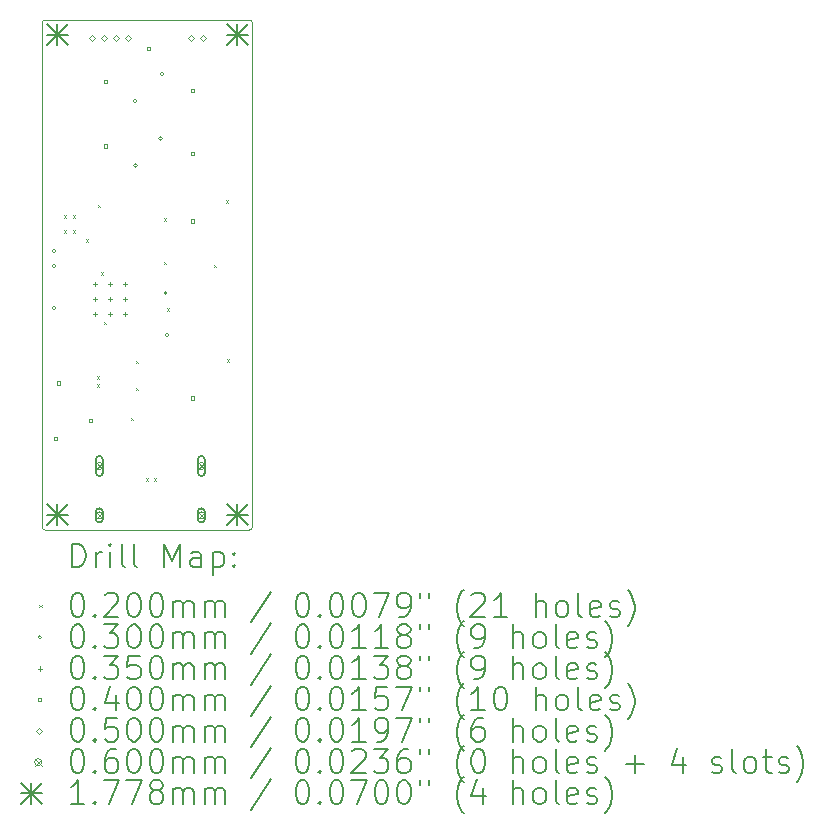
<source format=gbr>
%FSLAX45Y45*%
G04 Gerber Fmt 4.5, Leading zero omitted, Abs format (unit mm)*
G04 Created by KiCad (PCBNEW (6.0.6)) date 2022-07-02 21:52:22*
%MOMM*%
%LPD*%
G01*
G04 APERTURE LIST*
%TA.AperFunction,Profile*%
%ADD10C,0.100000*%
%TD*%
%ADD11C,0.200000*%
%ADD12C,0.020000*%
%ADD13C,0.030000*%
%ADD14C,0.035000*%
%ADD15C,0.040000*%
%ADD16C,0.050000*%
%ADD17C,0.060000*%
%ADD18C,0.177800*%
G04 APERTURE END LIST*
D10*
X13843000Y-11061700D02*
X15570200Y-11061700D01*
X15570200Y-6743700D02*
X13843000Y-6743700D01*
X13817600Y-11036300D02*
G75*
G03*
X13843000Y-11061700I25400J0D01*
G01*
X15595600Y-6769100D02*
G75*
G03*
X15570200Y-6743700I-25400J0D01*
G01*
X13843000Y-6743700D02*
G75*
G03*
X13817600Y-6769100I0J-25400D01*
G01*
X15570200Y-11061700D02*
G75*
G03*
X15595600Y-11036300I0J25400D01*
G01*
X15595600Y-11036300D02*
X15595600Y-6769100D01*
X13817600Y-6769100D02*
X13817600Y-11036300D01*
D11*
D12*
X13998100Y-8397400D02*
X14018100Y-8417400D01*
X14018100Y-8397400D02*
X13998100Y-8417400D01*
X13998100Y-8524400D02*
X14018100Y-8544400D01*
X14018100Y-8524400D02*
X13998100Y-8544400D01*
X14074300Y-8397400D02*
X14094300Y-8417400D01*
X14094300Y-8397400D02*
X14074300Y-8417400D01*
X14074300Y-8524400D02*
X14094300Y-8544400D01*
X14094300Y-8524400D02*
X14074300Y-8544400D01*
X14188600Y-8600600D02*
X14208600Y-8620600D01*
X14208600Y-8600600D02*
X14188600Y-8620600D01*
X14277500Y-9761900D02*
X14297500Y-9781900D01*
X14297500Y-9761900D02*
X14277500Y-9781900D01*
X14277500Y-9826900D02*
X14297500Y-9846900D01*
X14297500Y-9826900D02*
X14277500Y-9846900D01*
X14290200Y-8308500D02*
X14310200Y-8328500D01*
X14310200Y-8308500D02*
X14290200Y-8328500D01*
X14315600Y-8880000D02*
X14335600Y-8900000D01*
X14335600Y-8880000D02*
X14315600Y-8900000D01*
X14341000Y-9299100D02*
X14361000Y-9319100D01*
X14361000Y-9299100D02*
X14341000Y-9319100D01*
X14569600Y-10111900D02*
X14589600Y-10131900D01*
X14589600Y-10111900D02*
X14569600Y-10131900D01*
X14607700Y-9629300D02*
X14627700Y-9649300D01*
X14627700Y-9629300D02*
X14607700Y-9649300D01*
X14607700Y-9857900D02*
X14627700Y-9877900D01*
X14627700Y-9857900D02*
X14607700Y-9877900D01*
X14695850Y-10623864D02*
X14715850Y-10643864D01*
X14715850Y-10623864D02*
X14695850Y-10643864D01*
X14760850Y-10623864D02*
X14780850Y-10643864D01*
X14780850Y-10623864D02*
X14760850Y-10643864D01*
X14849000Y-8422800D02*
X14869000Y-8442800D01*
X14869000Y-8422800D02*
X14849000Y-8442800D01*
X14849000Y-8791100D02*
X14869000Y-8811100D01*
X14869000Y-8791100D02*
X14849000Y-8811100D01*
X14874400Y-9184800D02*
X14894400Y-9204800D01*
X14894400Y-9184800D02*
X14874400Y-9204800D01*
X15268100Y-8816500D02*
X15288100Y-8836500D01*
X15288100Y-8816500D02*
X15268100Y-8836500D01*
X15369700Y-8270400D02*
X15389700Y-8290400D01*
X15389700Y-8270400D02*
X15369700Y-8290400D01*
X15382400Y-9616600D02*
X15402400Y-9636600D01*
X15402400Y-9616600D02*
X15382400Y-9636600D01*
D13*
X13934200Y-8699500D02*
G75*
G03*
X13934200Y-8699500I-15000J0D01*
G01*
X13934200Y-8826500D02*
G75*
G03*
X13934200Y-8826500I-15000J0D01*
G01*
X13934200Y-9182100D02*
G75*
G03*
X13934200Y-9182100I-15000J0D01*
G01*
X14620000Y-7429500D02*
G75*
G03*
X14620000Y-7429500I-15000J0D01*
G01*
X14620000Y-7975600D02*
G75*
G03*
X14620000Y-7975600I-15000J0D01*
G01*
X14835900Y-7747000D02*
G75*
G03*
X14835900Y-7747000I-15000J0D01*
G01*
X14848600Y-7200900D02*
G75*
G03*
X14848600Y-7200900I-15000J0D01*
G01*
X14875000Y-9055000D02*
G75*
G03*
X14875000Y-9055000I-15000J0D01*
G01*
X14886700Y-9410700D02*
G75*
G03*
X14886700Y-9410700I-15000J0D01*
G01*
D14*
X14261600Y-8960900D02*
X14261600Y-8995900D01*
X14244100Y-8978400D02*
X14279100Y-8978400D01*
X14261600Y-9088400D02*
X14261600Y-9123400D01*
X14244100Y-9105900D02*
X14279100Y-9105900D01*
X14261600Y-9215900D02*
X14261600Y-9250900D01*
X14244100Y-9233400D02*
X14279100Y-9233400D01*
X14389100Y-8960900D02*
X14389100Y-8995900D01*
X14371600Y-8978400D02*
X14406600Y-8978400D01*
X14389100Y-9088400D02*
X14389100Y-9123400D01*
X14371600Y-9105900D02*
X14406600Y-9105900D01*
X14389100Y-9215900D02*
X14389100Y-9250900D01*
X14371600Y-9233400D02*
X14406600Y-9233400D01*
X14516600Y-8960900D02*
X14516600Y-8995900D01*
X14499100Y-8978400D02*
X14534100Y-8978400D01*
X14516600Y-9088400D02*
X14516600Y-9123400D01*
X14499100Y-9105900D02*
X14534100Y-9105900D01*
X14516600Y-9215900D02*
X14516600Y-9250900D01*
X14499100Y-9233400D02*
X14534100Y-9233400D01*
D15*
X13946042Y-10301142D02*
X13946042Y-10272858D01*
X13917758Y-10272858D01*
X13917758Y-10301142D01*
X13946042Y-10301142D01*
X13971442Y-9831242D02*
X13971442Y-9802958D01*
X13943158Y-9802958D01*
X13943158Y-9831242D01*
X13971442Y-9831242D01*
X14238142Y-10148742D02*
X14238142Y-10120458D01*
X14209858Y-10120458D01*
X14209858Y-10148742D01*
X14238142Y-10148742D01*
X14365142Y-7278542D02*
X14365142Y-7250258D01*
X14336858Y-7250258D01*
X14336858Y-7278542D01*
X14365142Y-7278542D01*
X14365142Y-7824642D02*
X14365142Y-7796358D01*
X14336858Y-7796358D01*
X14336858Y-7824642D01*
X14365142Y-7824642D01*
X14733442Y-6999142D02*
X14733442Y-6970858D01*
X14705158Y-6970858D01*
X14705158Y-6999142D01*
X14733442Y-6999142D01*
X15101742Y-7354742D02*
X15101742Y-7326458D01*
X15073458Y-7326458D01*
X15073458Y-7354742D01*
X15101742Y-7354742D01*
X15101742Y-7888142D02*
X15101742Y-7859858D01*
X15073458Y-7859858D01*
X15073458Y-7888142D01*
X15101742Y-7888142D01*
X15101742Y-8459642D02*
X15101742Y-8431358D01*
X15073458Y-8431358D01*
X15073458Y-8459642D01*
X15101742Y-8459642D01*
X15101742Y-9958242D02*
X15101742Y-9929958D01*
X15073458Y-9929958D01*
X15073458Y-9958242D01*
X15101742Y-9958242D01*
D16*
X14241500Y-6918560D02*
X14266500Y-6893560D01*
X14241500Y-6868560D01*
X14216500Y-6893560D01*
X14241500Y-6918560D01*
X14341500Y-6918560D02*
X14366500Y-6893560D01*
X14341500Y-6868560D01*
X14316500Y-6893560D01*
X14341500Y-6918560D01*
X14441500Y-6918560D02*
X14466500Y-6893560D01*
X14441500Y-6868560D01*
X14416500Y-6893560D01*
X14441500Y-6918560D01*
X14541500Y-6918560D02*
X14566500Y-6893560D01*
X14541500Y-6868560D01*
X14516500Y-6893560D01*
X14541500Y-6918560D01*
X15076500Y-6921100D02*
X15101500Y-6896100D01*
X15076500Y-6871100D01*
X15051500Y-6896100D01*
X15076500Y-6921100D01*
X15176500Y-6921100D02*
X15201500Y-6896100D01*
X15176500Y-6871100D01*
X15151500Y-6896100D01*
X15176500Y-6921100D01*
D17*
X14270000Y-10490100D02*
X14330000Y-10550100D01*
X14330000Y-10490100D02*
X14270000Y-10550100D01*
X14330000Y-10520100D02*
G75*
G03*
X14330000Y-10520100I-30000J0D01*
G01*
D11*
X14270000Y-10465100D02*
X14270000Y-10575100D01*
X14330000Y-10465100D02*
X14330000Y-10575100D01*
X14270000Y-10575100D02*
G75*
G03*
X14330000Y-10575100I30000J0D01*
G01*
X14330000Y-10465100D02*
G75*
G03*
X14270000Y-10465100I-30000J0D01*
G01*
D17*
X14270000Y-10908100D02*
X14330000Y-10968100D01*
X14330000Y-10908100D02*
X14270000Y-10968100D01*
X14330000Y-10938100D02*
G75*
G03*
X14330000Y-10938100I-30000J0D01*
G01*
D11*
X14270000Y-10908100D02*
X14270000Y-10968100D01*
X14330000Y-10908100D02*
X14330000Y-10968100D01*
X14270000Y-10968100D02*
G75*
G03*
X14330000Y-10968100I30000J0D01*
G01*
X14330000Y-10908100D02*
G75*
G03*
X14270000Y-10908100I-30000J0D01*
G01*
D17*
X15134000Y-10490100D02*
X15194000Y-10550100D01*
X15194000Y-10490100D02*
X15134000Y-10550100D01*
X15194000Y-10520100D02*
G75*
G03*
X15194000Y-10520100I-30000J0D01*
G01*
D11*
X15134000Y-10465100D02*
X15134000Y-10575100D01*
X15194000Y-10465100D02*
X15194000Y-10575100D01*
X15134000Y-10575100D02*
G75*
G03*
X15194000Y-10575100I30000J0D01*
G01*
X15194000Y-10465100D02*
G75*
G03*
X15134000Y-10465100I-30000J0D01*
G01*
D17*
X15134000Y-10908100D02*
X15194000Y-10968100D01*
X15194000Y-10908100D02*
X15134000Y-10968100D01*
X15194000Y-10938100D02*
G75*
G03*
X15194000Y-10938100I-30000J0D01*
G01*
D11*
X15134000Y-10908100D02*
X15134000Y-10968100D01*
X15194000Y-10908100D02*
X15194000Y-10968100D01*
X15134000Y-10968100D02*
G75*
G03*
X15194000Y-10968100I30000J0D01*
G01*
X15194000Y-10908100D02*
G75*
G03*
X15134000Y-10908100I-30000J0D01*
G01*
D18*
X13855700Y-6781800D02*
X14033500Y-6959600D01*
X14033500Y-6781800D02*
X13855700Y-6959600D01*
X13944600Y-6781800D02*
X13944600Y-6959600D01*
X13855700Y-6870700D02*
X14033500Y-6870700D01*
X13855700Y-10845800D02*
X14033500Y-11023600D01*
X14033500Y-10845800D02*
X13855700Y-11023600D01*
X13944600Y-10845800D02*
X13944600Y-11023600D01*
X13855700Y-10934700D02*
X14033500Y-10934700D01*
X15379700Y-6781800D02*
X15557500Y-6959600D01*
X15557500Y-6781800D02*
X15379700Y-6959600D01*
X15468600Y-6781800D02*
X15468600Y-6959600D01*
X15379700Y-6870700D02*
X15557500Y-6870700D01*
X15379700Y-10845800D02*
X15557500Y-11023600D01*
X15557500Y-10845800D02*
X15379700Y-11023600D01*
X15468600Y-10845800D02*
X15468600Y-11023600D01*
X15379700Y-10934700D02*
X15557500Y-10934700D01*
D11*
X14070219Y-11377176D02*
X14070219Y-11177176D01*
X14117838Y-11177176D01*
X14146409Y-11186700D01*
X14165457Y-11205748D01*
X14174981Y-11224795D01*
X14184505Y-11262890D01*
X14184505Y-11291462D01*
X14174981Y-11329557D01*
X14165457Y-11348605D01*
X14146409Y-11367652D01*
X14117838Y-11377176D01*
X14070219Y-11377176D01*
X14270219Y-11377176D02*
X14270219Y-11243843D01*
X14270219Y-11281938D02*
X14279743Y-11262890D01*
X14289267Y-11253367D01*
X14308314Y-11243843D01*
X14327362Y-11243843D01*
X14394028Y-11377176D02*
X14394028Y-11243843D01*
X14394028Y-11177176D02*
X14384505Y-11186700D01*
X14394028Y-11196224D01*
X14403552Y-11186700D01*
X14394028Y-11177176D01*
X14394028Y-11196224D01*
X14517838Y-11377176D02*
X14498790Y-11367652D01*
X14489267Y-11348605D01*
X14489267Y-11177176D01*
X14622600Y-11377176D02*
X14603552Y-11367652D01*
X14594028Y-11348605D01*
X14594028Y-11177176D01*
X14851171Y-11377176D02*
X14851171Y-11177176D01*
X14917838Y-11320033D01*
X14984505Y-11177176D01*
X14984505Y-11377176D01*
X15165457Y-11377176D02*
X15165457Y-11272414D01*
X15155933Y-11253367D01*
X15136886Y-11243843D01*
X15098790Y-11243843D01*
X15079743Y-11253367D01*
X15165457Y-11367652D02*
X15146409Y-11377176D01*
X15098790Y-11377176D01*
X15079743Y-11367652D01*
X15070219Y-11348605D01*
X15070219Y-11329557D01*
X15079743Y-11310509D01*
X15098790Y-11300986D01*
X15146409Y-11300986D01*
X15165457Y-11291462D01*
X15260695Y-11243843D02*
X15260695Y-11443843D01*
X15260695Y-11253367D02*
X15279743Y-11243843D01*
X15317838Y-11243843D01*
X15336886Y-11253367D01*
X15346409Y-11262890D01*
X15355933Y-11281938D01*
X15355933Y-11339081D01*
X15346409Y-11358128D01*
X15336886Y-11367652D01*
X15317838Y-11377176D01*
X15279743Y-11377176D01*
X15260695Y-11367652D01*
X15441648Y-11358128D02*
X15451171Y-11367652D01*
X15441648Y-11377176D01*
X15432124Y-11367652D01*
X15441648Y-11358128D01*
X15441648Y-11377176D01*
X15441648Y-11253367D02*
X15451171Y-11262890D01*
X15441648Y-11272414D01*
X15432124Y-11262890D01*
X15441648Y-11253367D01*
X15441648Y-11272414D01*
D12*
X13792600Y-11696700D02*
X13812600Y-11716700D01*
X13812600Y-11696700D02*
X13792600Y-11716700D01*
D11*
X14108314Y-11597176D02*
X14127362Y-11597176D01*
X14146409Y-11606700D01*
X14155933Y-11616224D01*
X14165457Y-11635271D01*
X14174981Y-11673367D01*
X14174981Y-11720986D01*
X14165457Y-11759081D01*
X14155933Y-11778128D01*
X14146409Y-11787652D01*
X14127362Y-11797176D01*
X14108314Y-11797176D01*
X14089267Y-11787652D01*
X14079743Y-11778128D01*
X14070219Y-11759081D01*
X14060695Y-11720986D01*
X14060695Y-11673367D01*
X14070219Y-11635271D01*
X14079743Y-11616224D01*
X14089267Y-11606700D01*
X14108314Y-11597176D01*
X14260695Y-11778128D02*
X14270219Y-11787652D01*
X14260695Y-11797176D01*
X14251171Y-11787652D01*
X14260695Y-11778128D01*
X14260695Y-11797176D01*
X14346409Y-11616224D02*
X14355933Y-11606700D01*
X14374981Y-11597176D01*
X14422600Y-11597176D01*
X14441648Y-11606700D01*
X14451171Y-11616224D01*
X14460695Y-11635271D01*
X14460695Y-11654319D01*
X14451171Y-11682890D01*
X14336886Y-11797176D01*
X14460695Y-11797176D01*
X14584505Y-11597176D02*
X14603552Y-11597176D01*
X14622600Y-11606700D01*
X14632124Y-11616224D01*
X14641648Y-11635271D01*
X14651171Y-11673367D01*
X14651171Y-11720986D01*
X14641648Y-11759081D01*
X14632124Y-11778128D01*
X14622600Y-11787652D01*
X14603552Y-11797176D01*
X14584505Y-11797176D01*
X14565457Y-11787652D01*
X14555933Y-11778128D01*
X14546409Y-11759081D01*
X14536886Y-11720986D01*
X14536886Y-11673367D01*
X14546409Y-11635271D01*
X14555933Y-11616224D01*
X14565457Y-11606700D01*
X14584505Y-11597176D01*
X14774981Y-11597176D02*
X14794028Y-11597176D01*
X14813076Y-11606700D01*
X14822600Y-11616224D01*
X14832124Y-11635271D01*
X14841648Y-11673367D01*
X14841648Y-11720986D01*
X14832124Y-11759081D01*
X14822600Y-11778128D01*
X14813076Y-11787652D01*
X14794028Y-11797176D01*
X14774981Y-11797176D01*
X14755933Y-11787652D01*
X14746409Y-11778128D01*
X14736886Y-11759081D01*
X14727362Y-11720986D01*
X14727362Y-11673367D01*
X14736886Y-11635271D01*
X14746409Y-11616224D01*
X14755933Y-11606700D01*
X14774981Y-11597176D01*
X14927362Y-11797176D02*
X14927362Y-11663843D01*
X14927362Y-11682890D02*
X14936886Y-11673367D01*
X14955933Y-11663843D01*
X14984505Y-11663843D01*
X15003552Y-11673367D01*
X15013076Y-11692414D01*
X15013076Y-11797176D01*
X15013076Y-11692414D02*
X15022600Y-11673367D01*
X15041648Y-11663843D01*
X15070219Y-11663843D01*
X15089267Y-11673367D01*
X15098790Y-11692414D01*
X15098790Y-11797176D01*
X15194028Y-11797176D02*
X15194028Y-11663843D01*
X15194028Y-11682890D02*
X15203552Y-11673367D01*
X15222600Y-11663843D01*
X15251171Y-11663843D01*
X15270219Y-11673367D01*
X15279743Y-11692414D01*
X15279743Y-11797176D01*
X15279743Y-11692414D02*
X15289267Y-11673367D01*
X15308314Y-11663843D01*
X15336886Y-11663843D01*
X15355933Y-11673367D01*
X15365457Y-11692414D01*
X15365457Y-11797176D01*
X15755933Y-11587652D02*
X15584505Y-11844795D01*
X16013076Y-11597176D02*
X16032124Y-11597176D01*
X16051171Y-11606700D01*
X16060695Y-11616224D01*
X16070219Y-11635271D01*
X16079743Y-11673367D01*
X16079743Y-11720986D01*
X16070219Y-11759081D01*
X16060695Y-11778128D01*
X16051171Y-11787652D01*
X16032124Y-11797176D01*
X16013076Y-11797176D01*
X15994028Y-11787652D01*
X15984505Y-11778128D01*
X15974981Y-11759081D01*
X15965457Y-11720986D01*
X15965457Y-11673367D01*
X15974981Y-11635271D01*
X15984505Y-11616224D01*
X15994028Y-11606700D01*
X16013076Y-11597176D01*
X16165457Y-11778128D02*
X16174981Y-11787652D01*
X16165457Y-11797176D01*
X16155933Y-11787652D01*
X16165457Y-11778128D01*
X16165457Y-11797176D01*
X16298790Y-11597176D02*
X16317838Y-11597176D01*
X16336886Y-11606700D01*
X16346409Y-11616224D01*
X16355933Y-11635271D01*
X16365457Y-11673367D01*
X16365457Y-11720986D01*
X16355933Y-11759081D01*
X16346409Y-11778128D01*
X16336886Y-11787652D01*
X16317838Y-11797176D01*
X16298790Y-11797176D01*
X16279743Y-11787652D01*
X16270219Y-11778128D01*
X16260695Y-11759081D01*
X16251171Y-11720986D01*
X16251171Y-11673367D01*
X16260695Y-11635271D01*
X16270219Y-11616224D01*
X16279743Y-11606700D01*
X16298790Y-11597176D01*
X16489267Y-11597176D02*
X16508314Y-11597176D01*
X16527362Y-11606700D01*
X16536886Y-11616224D01*
X16546409Y-11635271D01*
X16555933Y-11673367D01*
X16555933Y-11720986D01*
X16546409Y-11759081D01*
X16536886Y-11778128D01*
X16527362Y-11787652D01*
X16508314Y-11797176D01*
X16489267Y-11797176D01*
X16470219Y-11787652D01*
X16460695Y-11778128D01*
X16451171Y-11759081D01*
X16441648Y-11720986D01*
X16441648Y-11673367D01*
X16451171Y-11635271D01*
X16460695Y-11616224D01*
X16470219Y-11606700D01*
X16489267Y-11597176D01*
X16622600Y-11597176D02*
X16755933Y-11597176D01*
X16670219Y-11797176D01*
X16841648Y-11797176D02*
X16879743Y-11797176D01*
X16898790Y-11787652D01*
X16908314Y-11778128D01*
X16927362Y-11749557D01*
X16936886Y-11711462D01*
X16936886Y-11635271D01*
X16927362Y-11616224D01*
X16917838Y-11606700D01*
X16898790Y-11597176D01*
X16860695Y-11597176D01*
X16841648Y-11606700D01*
X16832124Y-11616224D01*
X16822600Y-11635271D01*
X16822600Y-11682890D01*
X16832124Y-11701938D01*
X16841648Y-11711462D01*
X16860695Y-11720986D01*
X16898790Y-11720986D01*
X16917838Y-11711462D01*
X16927362Y-11701938D01*
X16936886Y-11682890D01*
X17013076Y-11597176D02*
X17013076Y-11635271D01*
X17089267Y-11597176D02*
X17089267Y-11635271D01*
X17384505Y-11873367D02*
X17374981Y-11863843D01*
X17355933Y-11835271D01*
X17346410Y-11816224D01*
X17336886Y-11787652D01*
X17327362Y-11740033D01*
X17327362Y-11701938D01*
X17336886Y-11654319D01*
X17346410Y-11625748D01*
X17355933Y-11606700D01*
X17374981Y-11578128D01*
X17384505Y-11568605D01*
X17451171Y-11616224D02*
X17460695Y-11606700D01*
X17479743Y-11597176D01*
X17527362Y-11597176D01*
X17546410Y-11606700D01*
X17555933Y-11616224D01*
X17565457Y-11635271D01*
X17565457Y-11654319D01*
X17555933Y-11682890D01*
X17441648Y-11797176D01*
X17565457Y-11797176D01*
X17755933Y-11797176D02*
X17641648Y-11797176D01*
X17698790Y-11797176D02*
X17698790Y-11597176D01*
X17679743Y-11625748D01*
X17660695Y-11644795D01*
X17641648Y-11654319D01*
X17994029Y-11797176D02*
X17994029Y-11597176D01*
X18079743Y-11797176D02*
X18079743Y-11692414D01*
X18070219Y-11673367D01*
X18051171Y-11663843D01*
X18022600Y-11663843D01*
X18003552Y-11673367D01*
X17994029Y-11682890D01*
X18203552Y-11797176D02*
X18184505Y-11787652D01*
X18174981Y-11778128D01*
X18165457Y-11759081D01*
X18165457Y-11701938D01*
X18174981Y-11682890D01*
X18184505Y-11673367D01*
X18203552Y-11663843D01*
X18232124Y-11663843D01*
X18251171Y-11673367D01*
X18260695Y-11682890D01*
X18270219Y-11701938D01*
X18270219Y-11759081D01*
X18260695Y-11778128D01*
X18251171Y-11787652D01*
X18232124Y-11797176D01*
X18203552Y-11797176D01*
X18384505Y-11797176D02*
X18365457Y-11787652D01*
X18355933Y-11768605D01*
X18355933Y-11597176D01*
X18536886Y-11787652D02*
X18517838Y-11797176D01*
X18479743Y-11797176D01*
X18460695Y-11787652D01*
X18451171Y-11768605D01*
X18451171Y-11692414D01*
X18460695Y-11673367D01*
X18479743Y-11663843D01*
X18517838Y-11663843D01*
X18536886Y-11673367D01*
X18546410Y-11692414D01*
X18546410Y-11711462D01*
X18451171Y-11730509D01*
X18622600Y-11787652D02*
X18641648Y-11797176D01*
X18679743Y-11797176D01*
X18698790Y-11787652D01*
X18708314Y-11768605D01*
X18708314Y-11759081D01*
X18698790Y-11740033D01*
X18679743Y-11730509D01*
X18651171Y-11730509D01*
X18632124Y-11720986D01*
X18622600Y-11701938D01*
X18622600Y-11692414D01*
X18632124Y-11673367D01*
X18651171Y-11663843D01*
X18679743Y-11663843D01*
X18698790Y-11673367D01*
X18774981Y-11873367D02*
X18784505Y-11863843D01*
X18803552Y-11835271D01*
X18813076Y-11816224D01*
X18822600Y-11787652D01*
X18832124Y-11740033D01*
X18832124Y-11701938D01*
X18822600Y-11654319D01*
X18813076Y-11625748D01*
X18803552Y-11606700D01*
X18784505Y-11578128D01*
X18774981Y-11568605D01*
D13*
X13812600Y-11970700D02*
G75*
G03*
X13812600Y-11970700I-15000J0D01*
G01*
D11*
X14108314Y-11861176D02*
X14127362Y-11861176D01*
X14146409Y-11870700D01*
X14155933Y-11880224D01*
X14165457Y-11899271D01*
X14174981Y-11937367D01*
X14174981Y-11984986D01*
X14165457Y-12023081D01*
X14155933Y-12042128D01*
X14146409Y-12051652D01*
X14127362Y-12061176D01*
X14108314Y-12061176D01*
X14089267Y-12051652D01*
X14079743Y-12042128D01*
X14070219Y-12023081D01*
X14060695Y-11984986D01*
X14060695Y-11937367D01*
X14070219Y-11899271D01*
X14079743Y-11880224D01*
X14089267Y-11870700D01*
X14108314Y-11861176D01*
X14260695Y-12042128D02*
X14270219Y-12051652D01*
X14260695Y-12061176D01*
X14251171Y-12051652D01*
X14260695Y-12042128D01*
X14260695Y-12061176D01*
X14336886Y-11861176D02*
X14460695Y-11861176D01*
X14394028Y-11937367D01*
X14422600Y-11937367D01*
X14441648Y-11946890D01*
X14451171Y-11956414D01*
X14460695Y-11975462D01*
X14460695Y-12023081D01*
X14451171Y-12042128D01*
X14441648Y-12051652D01*
X14422600Y-12061176D01*
X14365457Y-12061176D01*
X14346409Y-12051652D01*
X14336886Y-12042128D01*
X14584505Y-11861176D02*
X14603552Y-11861176D01*
X14622600Y-11870700D01*
X14632124Y-11880224D01*
X14641648Y-11899271D01*
X14651171Y-11937367D01*
X14651171Y-11984986D01*
X14641648Y-12023081D01*
X14632124Y-12042128D01*
X14622600Y-12051652D01*
X14603552Y-12061176D01*
X14584505Y-12061176D01*
X14565457Y-12051652D01*
X14555933Y-12042128D01*
X14546409Y-12023081D01*
X14536886Y-11984986D01*
X14536886Y-11937367D01*
X14546409Y-11899271D01*
X14555933Y-11880224D01*
X14565457Y-11870700D01*
X14584505Y-11861176D01*
X14774981Y-11861176D02*
X14794028Y-11861176D01*
X14813076Y-11870700D01*
X14822600Y-11880224D01*
X14832124Y-11899271D01*
X14841648Y-11937367D01*
X14841648Y-11984986D01*
X14832124Y-12023081D01*
X14822600Y-12042128D01*
X14813076Y-12051652D01*
X14794028Y-12061176D01*
X14774981Y-12061176D01*
X14755933Y-12051652D01*
X14746409Y-12042128D01*
X14736886Y-12023081D01*
X14727362Y-11984986D01*
X14727362Y-11937367D01*
X14736886Y-11899271D01*
X14746409Y-11880224D01*
X14755933Y-11870700D01*
X14774981Y-11861176D01*
X14927362Y-12061176D02*
X14927362Y-11927843D01*
X14927362Y-11946890D02*
X14936886Y-11937367D01*
X14955933Y-11927843D01*
X14984505Y-11927843D01*
X15003552Y-11937367D01*
X15013076Y-11956414D01*
X15013076Y-12061176D01*
X15013076Y-11956414D02*
X15022600Y-11937367D01*
X15041648Y-11927843D01*
X15070219Y-11927843D01*
X15089267Y-11937367D01*
X15098790Y-11956414D01*
X15098790Y-12061176D01*
X15194028Y-12061176D02*
X15194028Y-11927843D01*
X15194028Y-11946890D02*
X15203552Y-11937367D01*
X15222600Y-11927843D01*
X15251171Y-11927843D01*
X15270219Y-11937367D01*
X15279743Y-11956414D01*
X15279743Y-12061176D01*
X15279743Y-11956414D02*
X15289267Y-11937367D01*
X15308314Y-11927843D01*
X15336886Y-11927843D01*
X15355933Y-11937367D01*
X15365457Y-11956414D01*
X15365457Y-12061176D01*
X15755933Y-11851652D02*
X15584505Y-12108795D01*
X16013076Y-11861176D02*
X16032124Y-11861176D01*
X16051171Y-11870700D01*
X16060695Y-11880224D01*
X16070219Y-11899271D01*
X16079743Y-11937367D01*
X16079743Y-11984986D01*
X16070219Y-12023081D01*
X16060695Y-12042128D01*
X16051171Y-12051652D01*
X16032124Y-12061176D01*
X16013076Y-12061176D01*
X15994028Y-12051652D01*
X15984505Y-12042128D01*
X15974981Y-12023081D01*
X15965457Y-11984986D01*
X15965457Y-11937367D01*
X15974981Y-11899271D01*
X15984505Y-11880224D01*
X15994028Y-11870700D01*
X16013076Y-11861176D01*
X16165457Y-12042128D02*
X16174981Y-12051652D01*
X16165457Y-12061176D01*
X16155933Y-12051652D01*
X16165457Y-12042128D01*
X16165457Y-12061176D01*
X16298790Y-11861176D02*
X16317838Y-11861176D01*
X16336886Y-11870700D01*
X16346409Y-11880224D01*
X16355933Y-11899271D01*
X16365457Y-11937367D01*
X16365457Y-11984986D01*
X16355933Y-12023081D01*
X16346409Y-12042128D01*
X16336886Y-12051652D01*
X16317838Y-12061176D01*
X16298790Y-12061176D01*
X16279743Y-12051652D01*
X16270219Y-12042128D01*
X16260695Y-12023081D01*
X16251171Y-11984986D01*
X16251171Y-11937367D01*
X16260695Y-11899271D01*
X16270219Y-11880224D01*
X16279743Y-11870700D01*
X16298790Y-11861176D01*
X16555933Y-12061176D02*
X16441648Y-12061176D01*
X16498790Y-12061176D02*
X16498790Y-11861176D01*
X16479743Y-11889748D01*
X16460695Y-11908795D01*
X16441648Y-11918319D01*
X16746409Y-12061176D02*
X16632124Y-12061176D01*
X16689267Y-12061176D02*
X16689267Y-11861176D01*
X16670219Y-11889748D01*
X16651171Y-11908795D01*
X16632124Y-11918319D01*
X16860695Y-11946890D02*
X16841648Y-11937367D01*
X16832124Y-11927843D01*
X16822600Y-11908795D01*
X16822600Y-11899271D01*
X16832124Y-11880224D01*
X16841648Y-11870700D01*
X16860695Y-11861176D01*
X16898790Y-11861176D01*
X16917838Y-11870700D01*
X16927362Y-11880224D01*
X16936886Y-11899271D01*
X16936886Y-11908795D01*
X16927362Y-11927843D01*
X16917838Y-11937367D01*
X16898790Y-11946890D01*
X16860695Y-11946890D01*
X16841648Y-11956414D01*
X16832124Y-11965938D01*
X16822600Y-11984986D01*
X16822600Y-12023081D01*
X16832124Y-12042128D01*
X16841648Y-12051652D01*
X16860695Y-12061176D01*
X16898790Y-12061176D01*
X16917838Y-12051652D01*
X16927362Y-12042128D01*
X16936886Y-12023081D01*
X16936886Y-11984986D01*
X16927362Y-11965938D01*
X16917838Y-11956414D01*
X16898790Y-11946890D01*
X17013076Y-11861176D02*
X17013076Y-11899271D01*
X17089267Y-11861176D02*
X17089267Y-11899271D01*
X17384505Y-12137367D02*
X17374981Y-12127843D01*
X17355933Y-12099271D01*
X17346410Y-12080224D01*
X17336886Y-12051652D01*
X17327362Y-12004033D01*
X17327362Y-11965938D01*
X17336886Y-11918319D01*
X17346410Y-11889748D01*
X17355933Y-11870700D01*
X17374981Y-11842128D01*
X17384505Y-11832605D01*
X17470219Y-12061176D02*
X17508314Y-12061176D01*
X17527362Y-12051652D01*
X17536886Y-12042128D01*
X17555933Y-12013557D01*
X17565457Y-11975462D01*
X17565457Y-11899271D01*
X17555933Y-11880224D01*
X17546410Y-11870700D01*
X17527362Y-11861176D01*
X17489267Y-11861176D01*
X17470219Y-11870700D01*
X17460695Y-11880224D01*
X17451171Y-11899271D01*
X17451171Y-11946890D01*
X17460695Y-11965938D01*
X17470219Y-11975462D01*
X17489267Y-11984986D01*
X17527362Y-11984986D01*
X17546410Y-11975462D01*
X17555933Y-11965938D01*
X17565457Y-11946890D01*
X17803552Y-12061176D02*
X17803552Y-11861176D01*
X17889267Y-12061176D02*
X17889267Y-11956414D01*
X17879743Y-11937367D01*
X17860695Y-11927843D01*
X17832124Y-11927843D01*
X17813076Y-11937367D01*
X17803552Y-11946890D01*
X18013076Y-12061176D02*
X17994029Y-12051652D01*
X17984505Y-12042128D01*
X17974981Y-12023081D01*
X17974981Y-11965938D01*
X17984505Y-11946890D01*
X17994029Y-11937367D01*
X18013076Y-11927843D01*
X18041648Y-11927843D01*
X18060695Y-11937367D01*
X18070219Y-11946890D01*
X18079743Y-11965938D01*
X18079743Y-12023081D01*
X18070219Y-12042128D01*
X18060695Y-12051652D01*
X18041648Y-12061176D01*
X18013076Y-12061176D01*
X18194029Y-12061176D02*
X18174981Y-12051652D01*
X18165457Y-12032605D01*
X18165457Y-11861176D01*
X18346410Y-12051652D02*
X18327362Y-12061176D01*
X18289267Y-12061176D01*
X18270219Y-12051652D01*
X18260695Y-12032605D01*
X18260695Y-11956414D01*
X18270219Y-11937367D01*
X18289267Y-11927843D01*
X18327362Y-11927843D01*
X18346410Y-11937367D01*
X18355933Y-11956414D01*
X18355933Y-11975462D01*
X18260695Y-11994509D01*
X18432124Y-12051652D02*
X18451171Y-12061176D01*
X18489267Y-12061176D01*
X18508314Y-12051652D01*
X18517838Y-12032605D01*
X18517838Y-12023081D01*
X18508314Y-12004033D01*
X18489267Y-11994509D01*
X18460695Y-11994509D01*
X18441648Y-11984986D01*
X18432124Y-11965938D01*
X18432124Y-11956414D01*
X18441648Y-11937367D01*
X18460695Y-11927843D01*
X18489267Y-11927843D01*
X18508314Y-11937367D01*
X18584505Y-12137367D02*
X18594029Y-12127843D01*
X18613076Y-12099271D01*
X18622600Y-12080224D01*
X18632124Y-12051652D01*
X18641648Y-12004033D01*
X18641648Y-11965938D01*
X18632124Y-11918319D01*
X18622600Y-11889748D01*
X18613076Y-11870700D01*
X18594029Y-11842128D01*
X18584505Y-11832605D01*
D14*
X13795100Y-12217200D02*
X13795100Y-12252200D01*
X13777600Y-12234700D02*
X13812600Y-12234700D01*
D11*
X14108314Y-12125176D02*
X14127362Y-12125176D01*
X14146409Y-12134700D01*
X14155933Y-12144224D01*
X14165457Y-12163271D01*
X14174981Y-12201367D01*
X14174981Y-12248986D01*
X14165457Y-12287081D01*
X14155933Y-12306128D01*
X14146409Y-12315652D01*
X14127362Y-12325176D01*
X14108314Y-12325176D01*
X14089267Y-12315652D01*
X14079743Y-12306128D01*
X14070219Y-12287081D01*
X14060695Y-12248986D01*
X14060695Y-12201367D01*
X14070219Y-12163271D01*
X14079743Y-12144224D01*
X14089267Y-12134700D01*
X14108314Y-12125176D01*
X14260695Y-12306128D02*
X14270219Y-12315652D01*
X14260695Y-12325176D01*
X14251171Y-12315652D01*
X14260695Y-12306128D01*
X14260695Y-12325176D01*
X14336886Y-12125176D02*
X14460695Y-12125176D01*
X14394028Y-12201367D01*
X14422600Y-12201367D01*
X14441648Y-12210890D01*
X14451171Y-12220414D01*
X14460695Y-12239462D01*
X14460695Y-12287081D01*
X14451171Y-12306128D01*
X14441648Y-12315652D01*
X14422600Y-12325176D01*
X14365457Y-12325176D01*
X14346409Y-12315652D01*
X14336886Y-12306128D01*
X14641648Y-12125176D02*
X14546409Y-12125176D01*
X14536886Y-12220414D01*
X14546409Y-12210890D01*
X14565457Y-12201367D01*
X14613076Y-12201367D01*
X14632124Y-12210890D01*
X14641648Y-12220414D01*
X14651171Y-12239462D01*
X14651171Y-12287081D01*
X14641648Y-12306128D01*
X14632124Y-12315652D01*
X14613076Y-12325176D01*
X14565457Y-12325176D01*
X14546409Y-12315652D01*
X14536886Y-12306128D01*
X14774981Y-12125176D02*
X14794028Y-12125176D01*
X14813076Y-12134700D01*
X14822600Y-12144224D01*
X14832124Y-12163271D01*
X14841648Y-12201367D01*
X14841648Y-12248986D01*
X14832124Y-12287081D01*
X14822600Y-12306128D01*
X14813076Y-12315652D01*
X14794028Y-12325176D01*
X14774981Y-12325176D01*
X14755933Y-12315652D01*
X14746409Y-12306128D01*
X14736886Y-12287081D01*
X14727362Y-12248986D01*
X14727362Y-12201367D01*
X14736886Y-12163271D01*
X14746409Y-12144224D01*
X14755933Y-12134700D01*
X14774981Y-12125176D01*
X14927362Y-12325176D02*
X14927362Y-12191843D01*
X14927362Y-12210890D02*
X14936886Y-12201367D01*
X14955933Y-12191843D01*
X14984505Y-12191843D01*
X15003552Y-12201367D01*
X15013076Y-12220414D01*
X15013076Y-12325176D01*
X15013076Y-12220414D02*
X15022600Y-12201367D01*
X15041648Y-12191843D01*
X15070219Y-12191843D01*
X15089267Y-12201367D01*
X15098790Y-12220414D01*
X15098790Y-12325176D01*
X15194028Y-12325176D02*
X15194028Y-12191843D01*
X15194028Y-12210890D02*
X15203552Y-12201367D01*
X15222600Y-12191843D01*
X15251171Y-12191843D01*
X15270219Y-12201367D01*
X15279743Y-12220414D01*
X15279743Y-12325176D01*
X15279743Y-12220414D02*
X15289267Y-12201367D01*
X15308314Y-12191843D01*
X15336886Y-12191843D01*
X15355933Y-12201367D01*
X15365457Y-12220414D01*
X15365457Y-12325176D01*
X15755933Y-12115652D02*
X15584505Y-12372795D01*
X16013076Y-12125176D02*
X16032124Y-12125176D01*
X16051171Y-12134700D01*
X16060695Y-12144224D01*
X16070219Y-12163271D01*
X16079743Y-12201367D01*
X16079743Y-12248986D01*
X16070219Y-12287081D01*
X16060695Y-12306128D01*
X16051171Y-12315652D01*
X16032124Y-12325176D01*
X16013076Y-12325176D01*
X15994028Y-12315652D01*
X15984505Y-12306128D01*
X15974981Y-12287081D01*
X15965457Y-12248986D01*
X15965457Y-12201367D01*
X15974981Y-12163271D01*
X15984505Y-12144224D01*
X15994028Y-12134700D01*
X16013076Y-12125176D01*
X16165457Y-12306128D02*
X16174981Y-12315652D01*
X16165457Y-12325176D01*
X16155933Y-12315652D01*
X16165457Y-12306128D01*
X16165457Y-12325176D01*
X16298790Y-12125176D02*
X16317838Y-12125176D01*
X16336886Y-12134700D01*
X16346409Y-12144224D01*
X16355933Y-12163271D01*
X16365457Y-12201367D01*
X16365457Y-12248986D01*
X16355933Y-12287081D01*
X16346409Y-12306128D01*
X16336886Y-12315652D01*
X16317838Y-12325176D01*
X16298790Y-12325176D01*
X16279743Y-12315652D01*
X16270219Y-12306128D01*
X16260695Y-12287081D01*
X16251171Y-12248986D01*
X16251171Y-12201367D01*
X16260695Y-12163271D01*
X16270219Y-12144224D01*
X16279743Y-12134700D01*
X16298790Y-12125176D01*
X16555933Y-12325176D02*
X16441648Y-12325176D01*
X16498790Y-12325176D02*
X16498790Y-12125176D01*
X16479743Y-12153748D01*
X16460695Y-12172795D01*
X16441648Y-12182319D01*
X16622600Y-12125176D02*
X16746409Y-12125176D01*
X16679743Y-12201367D01*
X16708314Y-12201367D01*
X16727362Y-12210890D01*
X16736886Y-12220414D01*
X16746409Y-12239462D01*
X16746409Y-12287081D01*
X16736886Y-12306128D01*
X16727362Y-12315652D01*
X16708314Y-12325176D01*
X16651171Y-12325176D01*
X16632124Y-12315652D01*
X16622600Y-12306128D01*
X16860695Y-12210890D02*
X16841648Y-12201367D01*
X16832124Y-12191843D01*
X16822600Y-12172795D01*
X16822600Y-12163271D01*
X16832124Y-12144224D01*
X16841648Y-12134700D01*
X16860695Y-12125176D01*
X16898790Y-12125176D01*
X16917838Y-12134700D01*
X16927362Y-12144224D01*
X16936886Y-12163271D01*
X16936886Y-12172795D01*
X16927362Y-12191843D01*
X16917838Y-12201367D01*
X16898790Y-12210890D01*
X16860695Y-12210890D01*
X16841648Y-12220414D01*
X16832124Y-12229938D01*
X16822600Y-12248986D01*
X16822600Y-12287081D01*
X16832124Y-12306128D01*
X16841648Y-12315652D01*
X16860695Y-12325176D01*
X16898790Y-12325176D01*
X16917838Y-12315652D01*
X16927362Y-12306128D01*
X16936886Y-12287081D01*
X16936886Y-12248986D01*
X16927362Y-12229938D01*
X16917838Y-12220414D01*
X16898790Y-12210890D01*
X17013076Y-12125176D02*
X17013076Y-12163271D01*
X17089267Y-12125176D02*
X17089267Y-12163271D01*
X17384505Y-12401367D02*
X17374981Y-12391843D01*
X17355933Y-12363271D01*
X17346410Y-12344224D01*
X17336886Y-12315652D01*
X17327362Y-12268033D01*
X17327362Y-12229938D01*
X17336886Y-12182319D01*
X17346410Y-12153748D01*
X17355933Y-12134700D01*
X17374981Y-12106128D01*
X17384505Y-12096605D01*
X17470219Y-12325176D02*
X17508314Y-12325176D01*
X17527362Y-12315652D01*
X17536886Y-12306128D01*
X17555933Y-12277557D01*
X17565457Y-12239462D01*
X17565457Y-12163271D01*
X17555933Y-12144224D01*
X17546410Y-12134700D01*
X17527362Y-12125176D01*
X17489267Y-12125176D01*
X17470219Y-12134700D01*
X17460695Y-12144224D01*
X17451171Y-12163271D01*
X17451171Y-12210890D01*
X17460695Y-12229938D01*
X17470219Y-12239462D01*
X17489267Y-12248986D01*
X17527362Y-12248986D01*
X17546410Y-12239462D01*
X17555933Y-12229938D01*
X17565457Y-12210890D01*
X17803552Y-12325176D02*
X17803552Y-12125176D01*
X17889267Y-12325176D02*
X17889267Y-12220414D01*
X17879743Y-12201367D01*
X17860695Y-12191843D01*
X17832124Y-12191843D01*
X17813076Y-12201367D01*
X17803552Y-12210890D01*
X18013076Y-12325176D02*
X17994029Y-12315652D01*
X17984505Y-12306128D01*
X17974981Y-12287081D01*
X17974981Y-12229938D01*
X17984505Y-12210890D01*
X17994029Y-12201367D01*
X18013076Y-12191843D01*
X18041648Y-12191843D01*
X18060695Y-12201367D01*
X18070219Y-12210890D01*
X18079743Y-12229938D01*
X18079743Y-12287081D01*
X18070219Y-12306128D01*
X18060695Y-12315652D01*
X18041648Y-12325176D01*
X18013076Y-12325176D01*
X18194029Y-12325176D02*
X18174981Y-12315652D01*
X18165457Y-12296605D01*
X18165457Y-12125176D01*
X18346410Y-12315652D02*
X18327362Y-12325176D01*
X18289267Y-12325176D01*
X18270219Y-12315652D01*
X18260695Y-12296605D01*
X18260695Y-12220414D01*
X18270219Y-12201367D01*
X18289267Y-12191843D01*
X18327362Y-12191843D01*
X18346410Y-12201367D01*
X18355933Y-12220414D01*
X18355933Y-12239462D01*
X18260695Y-12258509D01*
X18432124Y-12315652D02*
X18451171Y-12325176D01*
X18489267Y-12325176D01*
X18508314Y-12315652D01*
X18517838Y-12296605D01*
X18517838Y-12287081D01*
X18508314Y-12268033D01*
X18489267Y-12258509D01*
X18460695Y-12258509D01*
X18441648Y-12248986D01*
X18432124Y-12229938D01*
X18432124Y-12220414D01*
X18441648Y-12201367D01*
X18460695Y-12191843D01*
X18489267Y-12191843D01*
X18508314Y-12201367D01*
X18584505Y-12401367D02*
X18594029Y-12391843D01*
X18613076Y-12363271D01*
X18622600Y-12344224D01*
X18632124Y-12315652D01*
X18641648Y-12268033D01*
X18641648Y-12229938D01*
X18632124Y-12182319D01*
X18622600Y-12153748D01*
X18613076Y-12134700D01*
X18594029Y-12106128D01*
X18584505Y-12096605D01*
D15*
X13806742Y-12512842D02*
X13806742Y-12484558D01*
X13778458Y-12484558D01*
X13778458Y-12512842D01*
X13806742Y-12512842D01*
D11*
X14108314Y-12389176D02*
X14127362Y-12389176D01*
X14146409Y-12398700D01*
X14155933Y-12408224D01*
X14165457Y-12427271D01*
X14174981Y-12465367D01*
X14174981Y-12512986D01*
X14165457Y-12551081D01*
X14155933Y-12570128D01*
X14146409Y-12579652D01*
X14127362Y-12589176D01*
X14108314Y-12589176D01*
X14089267Y-12579652D01*
X14079743Y-12570128D01*
X14070219Y-12551081D01*
X14060695Y-12512986D01*
X14060695Y-12465367D01*
X14070219Y-12427271D01*
X14079743Y-12408224D01*
X14089267Y-12398700D01*
X14108314Y-12389176D01*
X14260695Y-12570128D02*
X14270219Y-12579652D01*
X14260695Y-12589176D01*
X14251171Y-12579652D01*
X14260695Y-12570128D01*
X14260695Y-12589176D01*
X14441648Y-12455843D02*
X14441648Y-12589176D01*
X14394028Y-12379652D02*
X14346409Y-12522509D01*
X14470219Y-12522509D01*
X14584505Y-12389176D02*
X14603552Y-12389176D01*
X14622600Y-12398700D01*
X14632124Y-12408224D01*
X14641648Y-12427271D01*
X14651171Y-12465367D01*
X14651171Y-12512986D01*
X14641648Y-12551081D01*
X14632124Y-12570128D01*
X14622600Y-12579652D01*
X14603552Y-12589176D01*
X14584505Y-12589176D01*
X14565457Y-12579652D01*
X14555933Y-12570128D01*
X14546409Y-12551081D01*
X14536886Y-12512986D01*
X14536886Y-12465367D01*
X14546409Y-12427271D01*
X14555933Y-12408224D01*
X14565457Y-12398700D01*
X14584505Y-12389176D01*
X14774981Y-12389176D02*
X14794028Y-12389176D01*
X14813076Y-12398700D01*
X14822600Y-12408224D01*
X14832124Y-12427271D01*
X14841648Y-12465367D01*
X14841648Y-12512986D01*
X14832124Y-12551081D01*
X14822600Y-12570128D01*
X14813076Y-12579652D01*
X14794028Y-12589176D01*
X14774981Y-12589176D01*
X14755933Y-12579652D01*
X14746409Y-12570128D01*
X14736886Y-12551081D01*
X14727362Y-12512986D01*
X14727362Y-12465367D01*
X14736886Y-12427271D01*
X14746409Y-12408224D01*
X14755933Y-12398700D01*
X14774981Y-12389176D01*
X14927362Y-12589176D02*
X14927362Y-12455843D01*
X14927362Y-12474890D02*
X14936886Y-12465367D01*
X14955933Y-12455843D01*
X14984505Y-12455843D01*
X15003552Y-12465367D01*
X15013076Y-12484414D01*
X15013076Y-12589176D01*
X15013076Y-12484414D02*
X15022600Y-12465367D01*
X15041648Y-12455843D01*
X15070219Y-12455843D01*
X15089267Y-12465367D01*
X15098790Y-12484414D01*
X15098790Y-12589176D01*
X15194028Y-12589176D02*
X15194028Y-12455843D01*
X15194028Y-12474890D02*
X15203552Y-12465367D01*
X15222600Y-12455843D01*
X15251171Y-12455843D01*
X15270219Y-12465367D01*
X15279743Y-12484414D01*
X15279743Y-12589176D01*
X15279743Y-12484414D02*
X15289267Y-12465367D01*
X15308314Y-12455843D01*
X15336886Y-12455843D01*
X15355933Y-12465367D01*
X15365457Y-12484414D01*
X15365457Y-12589176D01*
X15755933Y-12379652D02*
X15584505Y-12636795D01*
X16013076Y-12389176D02*
X16032124Y-12389176D01*
X16051171Y-12398700D01*
X16060695Y-12408224D01*
X16070219Y-12427271D01*
X16079743Y-12465367D01*
X16079743Y-12512986D01*
X16070219Y-12551081D01*
X16060695Y-12570128D01*
X16051171Y-12579652D01*
X16032124Y-12589176D01*
X16013076Y-12589176D01*
X15994028Y-12579652D01*
X15984505Y-12570128D01*
X15974981Y-12551081D01*
X15965457Y-12512986D01*
X15965457Y-12465367D01*
X15974981Y-12427271D01*
X15984505Y-12408224D01*
X15994028Y-12398700D01*
X16013076Y-12389176D01*
X16165457Y-12570128D02*
X16174981Y-12579652D01*
X16165457Y-12589176D01*
X16155933Y-12579652D01*
X16165457Y-12570128D01*
X16165457Y-12589176D01*
X16298790Y-12389176D02*
X16317838Y-12389176D01*
X16336886Y-12398700D01*
X16346409Y-12408224D01*
X16355933Y-12427271D01*
X16365457Y-12465367D01*
X16365457Y-12512986D01*
X16355933Y-12551081D01*
X16346409Y-12570128D01*
X16336886Y-12579652D01*
X16317838Y-12589176D01*
X16298790Y-12589176D01*
X16279743Y-12579652D01*
X16270219Y-12570128D01*
X16260695Y-12551081D01*
X16251171Y-12512986D01*
X16251171Y-12465367D01*
X16260695Y-12427271D01*
X16270219Y-12408224D01*
X16279743Y-12398700D01*
X16298790Y-12389176D01*
X16555933Y-12589176D02*
X16441648Y-12589176D01*
X16498790Y-12589176D02*
X16498790Y-12389176D01*
X16479743Y-12417748D01*
X16460695Y-12436795D01*
X16441648Y-12446319D01*
X16736886Y-12389176D02*
X16641648Y-12389176D01*
X16632124Y-12484414D01*
X16641648Y-12474890D01*
X16660695Y-12465367D01*
X16708314Y-12465367D01*
X16727362Y-12474890D01*
X16736886Y-12484414D01*
X16746409Y-12503462D01*
X16746409Y-12551081D01*
X16736886Y-12570128D01*
X16727362Y-12579652D01*
X16708314Y-12589176D01*
X16660695Y-12589176D01*
X16641648Y-12579652D01*
X16632124Y-12570128D01*
X16813076Y-12389176D02*
X16946410Y-12389176D01*
X16860695Y-12589176D01*
X17013076Y-12389176D02*
X17013076Y-12427271D01*
X17089267Y-12389176D02*
X17089267Y-12427271D01*
X17384505Y-12665367D02*
X17374981Y-12655843D01*
X17355933Y-12627271D01*
X17346410Y-12608224D01*
X17336886Y-12579652D01*
X17327362Y-12532033D01*
X17327362Y-12493938D01*
X17336886Y-12446319D01*
X17346410Y-12417748D01*
X17355933Y-12398700D01*
X17374981Y-12370128D01*
X17384505Y-12360605D01*
X17565457Y-12589176D02*
X17451171Y-12589176D01*
X17508314Y-12589176D02*
X17508314Y-12389176D01*
X17489267Y-12417748D01*
X17470219Y-12436795D01*
X17451171Y-12446319D01*
X17689267Y-12389176D02*
X17708314Y-12389176D01*
X17727362Y-12398700D01*
X17736886Y-12408224D01*
X17746410Y-12427271D01*
X17755933Y-12465367D01*
X17755933Y-12512986D01*
X17746410Y-12551081D01*
X17736886Y-12570128D01*
X17727362Y-12579652D01*
X17708314Y-12589176D01*
X17689267Y-12589176D01*
X17670219Y-12579652D01*
X17660695Y-12570128D01*
X17651171Y-12551081D01*
X17641648Y-12512986D01*
X17641648Y-12465367D01*
X17651171Y-12427271D01*
X17660695Y-12408224D01*
X17670219Y-12398700D01*
X17689267Y-12389176D01*
X17994029Y-12589176D02*
X17994029Y-12389176D01*
X18079743Y-12589176D02*
X18079743Y-12484414D01*
X18070219Y-12465367D01*
X18051171Y-12455843D01*
X18022600Y-12455843D01*
X18003552Y-12465367D01*
X17994029Y-12474890D01*
X18203552Y-12589176D02*
X18184505Y-12579652D01*
X18174981Y-12570128D01*
X18165457Y-12551081D01*
X18165457Y-12493938D01*
X18174981Y-12474890D01*
X18184505Y-12465367D01*
X18203552Y-12455843D01*
X18232124Y-12455843D01*
X18251171Y-12465367D01*
X18260695Y-12474890D01*
X18270219Y-12493938D01*
X18270219Y-12551081D01*
X18260695Y-12570128D01*
X18251171Y-12579652D01*
X18232124Y-12589176D01*
X18203552Y-12589176D01*
X18384505Y-12589176D02*
X18365457Y-12579652D01*
X18355933Y-12560605D01*
X18355933Y-12389176D01*
X18536886Y-12579652D02*
X18517838Y-12589176D01*
X18479743Y-12589176D01*
X18460695Y-12579652D01*
X18451171Y-12560605D01*
X18451171Y-12484414D01*
X18460695Y-12465367D01*
X18479743Y-12455843D01*
X18517838Y-12455843D01*
X18536886Y-12465367D01*
X18546410Y-12484414D01*
X18546410Y-12503462D01*
X18451171Y-12522509D01*
X18622600Y-12579652D02*
X18641648Y-12589176D01*
X18679743Y-12589176D01*
X18698790Y-12579652D01*
X18708314Y-12560605D01*
X18708314Y-12551081D01*
X18698790Y-12532033D01*
X18679743Y-12522509D01*
X18651171Y-12522509D01*
X18632124Y-12512986D01*
X18622600Y-12493938D01*
X18622600Y-12484414D01*
X18632124Y-12465367D01*
X18651171Y-12455843D01*
X18679743Y-12455843D01*
X18698790Y-12465367D01*
X18774981Y-12665367D02*
X18784505Y-12655843D01*
X18803552Y-12627271D01*
X18813076Y-12608224D01*
X18822600Y-12579652D01*
X18832124Y-12532033D01*
X18832124Y-12493938D01*
X18822600Y-12446319D01*
X18813076Y-12417748D01*
X18803552Y-12398700D01*
X18784505Y-12370128D01*
X18774981Y-12360605D01*
D16*
X13787600Y-12787700D02*
X13812600Y-12762700D01*
X13787600Y-12737700D01*
X13762600Y-12762700D01*
X13787600Y-12787700D01*
D11*
X14108314Y-12653176D02*
X14127362Y-12653176D01*
X14146409Y-12662700D01*
X14155933Y-12672224D01*
X14165457Y-12691271D01*
X14174981Y-12729367D01*
X14174981Y-12776986D01*
X14165457Y-12815081D01*
X14155933Y-12834128D01*
X14146409Y-12843652D01*
X14127362Y-12853176D01*
X14108314Y-12853176D01*
X14089267Y-12843652D01*
X14079743Y-12834128D01*
X14070219Y-12815081D01*
X14060695Y-12776986D01*
X14060695Y-12729367D01*
X14070219Y-12691271D01*
X14079743Y-12672224D01*
X14089267Y-12662700D01*
X14108314Y-12653176D01*
X14260695Y-12834128D02*
X14270219Y-12843652D01*
X14260695Y-12853176D01*
X14251171Y-12843652D01*
X14260695Y-12834128D01*
X14260695Y-12853176D01*
X14451171Y-12653176D02*
X14355933Y-12653176D01*
X14346409Y-12748414D01*
X14355933Y-12738890D01*
X14374981Y-12729367D01*
X14422600Y-12729367D01*
X14441648Y-12738890D01*
X14451171Y-12748414D01*
X14460695Y-12767462D01*
X14460695Y-12815081D01*
X14451171Y-12834128D01*
X14441648Y-12843652D01*
X14422600Y-12853176D01*
X14374981Y-12853176D01*
X14355933Y-12843652D01*
X14346409Y-12834128D01*
X14584505Y-12653176D02*
X14603552Y-12653176D01*
X14622600Y-12662700D01*
X14632124Y-12672224D01*
X14641648Y-12691271D01*
X14651171Y-12729367D01*
X14651171Y-12776986D01*
X14641648Y-12815081D01*
X14632124Y-12834128D01*
X14622600Y-12843652D01*
X14603552Y-12853176D01*
X14584505Y-12853176D01*
X14565457Y-12843652D01*
X14555933Y-12834128D01*
X14546409Y-12815081D01*
X14536886Y-12776986D01*
X14536886Y-12729367D01*
X14546409Y-12691271D01*
X14555933Y-12672224D01*
X14565457Y-12662700D01*
X14584505Y-12653176D01*
X14774981Y-12653176D02*
X14794028Y-12653176D01*
X14813076Y-12662700D01*
X14822600Y-12672224D01*
X14832124Y-12691271D01*
X14841648Y-12729367D01*
X14841648Y-12776986D01*
X14832124Y-12815081D01*
X14822600Y-12834128D01*
X14813076Y-12843652D01*
X14794028Y-12853176D01*
X14774981Y-12853176D01*
X14755933Y-12843652D01*
X14746409Y-12834128D01*
X14736886Y-12815081D01*
X14727362Y-12776986D01*
X14727362Y-12729367D01*
X14736886Y-12691271D01*
X14746409Y-12672224D01*
X14755933Y-12662700D01*
X14774981Y-12653176D01*
X14927362Y-12853176D02*
X14927362Y-12719843D01*
X14927362Y-12738890D02*
X14936886Y-12729367D01*
X14955933Y-12719843D01*
X14984505Y-12719843D01*
X15003552Y-12729367D01*
X15013076Y-12748414D01*
X15013076Y-12853176D01*
X15013076Y-12748414D02*
X15022600Y-12729367D01*
X15041648Y-12719843D01*
X15070219Y-12719843D01*
X15089267Y-12729367D01*
X15098790Y-12748414D01*
X15098790Y-12853176D01*
X15194028Y-12853176D02*
X15194028Y-12719843D01*
X15194028Y-12738890D02*
X15203552Y-12729367D01*
X15222600Y-12719843D01*
X15251171Y-12719843D01*
X15270219Y-12729367D01*
X15279743Y-12748414D01*
X15279743Y-12853176D01*
X15279743Y-12748414D02*
X15289267Y-12729367D01*
X15308314Y-12719843D01*
X15336886Y-12719843D01*
X15355933Y-12729367D01*
X15365457Y-12748414D01*
X15365457Y-12853176D01*
X15755933Y-12643652D02*
X15584505Y-12900795D01*
X16013076Y-12653176D02*
X16032124Y-12653176D01*
X16051171Y-12662700D01*
X16060695Y-12672224D01*
X16070219Y-12691271D01*
X16079743Y-12729367D01*
X16079743Y-12776986D01*
X16070219Y-12815081D01*
X16060695Y-12834128D01*
X16051171Y-12843652D01*
X16032124Y-12853176D01*
X16013076Y-12853176D01*
X15994028Y-12843652D01*
X15984505Y-12834128D01*
X15974981Y-12815081D01*
X15965457Y-12776986D01*
X15965457Y-12729367D01*
X15974981Y-12691271D01*
X15984505Y-12672224D01*
X15994028Y-12662700D01*
X16013076Y-12653176D01*
X16165457Y-12834128D02*
X16174981Y-12843652D01*
X16165457Y-12853176D01*
X16155933Y-12843652D01*
X16165457Y-12834128D01*
X16165457Y-12853176D01*
X16298790Y-12653176D02*
X16317838Y-12653176D01*
X16336886Y-12662700D01*
X16346409Y-12672224D01*
X16355933Y-12691271D01*
X16365457Y-12729367D01*
X16365457Y-12776986D01*
X16355933Y-12815081D01*
X16346409Y-12834128D01*
X16336886Y-12843652D01*
X16317838Y-12853176D01*
X16298790Y-12853176D01*
X16279743Y-12843652D01*
X16270219Y-12834128D01*
X16260695Y-12815081D01*
X16251171Y-12776986D01*
X16251171Y-12729367D01*
X16260695Y-12691271D01*
X16270219Y-12672224D01*
X16279743Y-12662700D01*
X16298790Y-12653176D01*
X16555933Y-12853176D02*
X16441648Y-12853176D01*
X16498790Y-12853176D02*
X16498790Y-12653176D01*
X16479743Y-12681748D01*
X16460695Y-12700795D01*
X16441648Y-12710319D01*
X16651171Y-12853176D02*
X16689267Y-12853176D01*
X16708314Y-12843652D01*
X16717838Y-12834128D01*
X16736886Y-12805557D01*
X16746409Y-12767462D01*
X16746409Y-12691271D01*
X16736886Y-12672224D01*
X16727362Y-12662700D01*
X16708314Y-12653176D01*
X16670219Y-12653176D01*
X16651171Y-12662700D01*
X16641648Y-12672224D01*
X16632124Y-12691271D01*
X16632124Y-12738890D01*
X16641648Y-12757938D01*
X16651171Y-12767462D01*
X16670219Y-12776986D01*
X16708314Y-12776986D01*
X16727362Y-12767462D01*
X16736886Y-12757938D01*
X16746409Y-12738890D01*
X16813076Y-12653176D02*
X16946410Y-12653176D01*
X16860695Y-12853176D01*
X17013076Y-12653176D02*
X17013076Y-12691271D01*
X17089267Y-12653176D02*
X17089267Y-12691271D01*
X17384505Y-12929367D02*
X17374981Y-12919843D01*
X17355933Y-12891271D01*
X17346410Y-12872224D01*
X17336886Y-12843652D01*
X17327362Y-12796033D01*
X17327362Y-12757938D01*
X17336886Y-12710319D01*
X17346410Y-12681748D01*
X17355933Y-12662700D01*
X17374981Y-12634128D01*
X17384505Y-12624605D01*
X17546410Y-12653176D02*
X17508314Y-12653176D01*
X17489267Y-12662700D01*
X17479743Y-12672224D01*
X17460695Y-12700795D01*
X17451171Y-12738890D01*
X17451171Y-12815081D01*
X17460695Y-12834128D01*
X17470219Y-12843652D01*
X17489267Y-12853176D01*
X17527362Y-12853176D01*
X17546410Y-12843652D01*
X17555933Y-12834128D01*
X17565457Y-12815081D01*
X17565457Y-12767462D01*
X17555933Y-12748414D01*
X17546410Y-12738890D01*
X17527362Y-12729367D01*
X17489267Y-12729367D01*
X17470219Y-12738890D01*
X17460695Y-12748414D01*
X17451171Y-12767462D01*
X17803552Y-12853176D02*
X17803552Y-12653176D01*
X17889267Y-12853176D02*
X17889267Y-12748414D01*
X17879743Y-12729367D01*
X17860695Y-12719843D01*
X17832124Y-12719843D01*
X17813076Y-12729367D01*
X17803552Y-12738890D01*
X18013076Y-12853176D02*
X17994029Y-12843652D01*
X17984505Y-12834128D01*
X17974981Y-12815081D01*
X17974981Y-12757938D01*
X17984505Y-12738890D01*
X17994029Y-12729367D01*
X18013076Y-12719843D01*
X18041648Y-12719843D01*
X18060695Y-12729367D01*
X18070219Y-12738890D01*
X18079743Y-12757938D01*
X18079743Y-12815081D01*
X18070219Y-12834128D01*
X18060695Y-12843652D01*
X18041648Y-12853176D01*
X18013076Y-12853176D01*
X18194029Y-12853176D02*
X18174981Y-12843652D01*
X18165457Y-12824605D01*
X18165457Y-12653176D01*
X18346410Y-12843652D02*
X18327362Y-12853176D01*
X18289267Y-12853176D01*
X18270219Y-12843652D01*
X18260695Y-12824605D01*
X18260695Y-12748414D01*
X18270219Y-12729367D01*
X18289267Y-12719843D01*
X18327362Y-12719843D01*
X18346410Y-12729367D01*
X18355933Y-12748414D01*
X18355933Y-12767462D01*
X18260695Y-12786509D01*
X18432124Y-12843652D02*
X18451171Y-12853176D01*
X18489267Y-12853176D01*
X18508314Y-12843652D01*
X18517838Y-12824605D01*
X18517838Y-12815081D01*
X18508314Y-12796033D01*
X18489267Y-12786509D01*
X18460695Y-12786509D01*
X18441648Y-12776986D01*
X18432124Y-12757938D01*
X18432124Y-12748414D01*
X18441648Y-12729367D01*
X18460695Y-12719843D01*
X18489267Y-12719843D01*
X18508314Y-12729367D01*
X18584505Y-12929367D02*
X18594029Y-12919843D01*
X18613076Y-12891271D01*
X18622600Y-12872224D01*
X18632124Y-12843652D01*
X18641648Y-12796033D01*
X18641648Y-12757938D01*
X18632124Y-12710319D01*
X18622600Y-12681748D01*
X18613076Y-12662700D01*
X18594029Y-12634128D01*
X18584505Y-12624605D01*
D17*
X13752600Y-12996700D02*
X13812600Y-13056700D01*
X13812600Y-12996700D02*
X13752600Y-13056700D01*
X13812600Y-13026700D02*
G75*
G03*
X13812600Y-13026700I-30000J0D01*
G01*
D11*
X14108314Y-12917176D02*
X14127362Y-12917176D01*
X14146409Y-12926700D01*
X14155933Y-12936224D01*
X14165457Y-12955271D01*
X14174981Y-12993367D01*
X14174981Y-13040986D01*
X14165457Y-13079081D01*
X14155933Y-13098128D01*
X14146409Y-13107652D01*
X14127362Y-13117176D01*
X14108314Y-13117176D01*
X14089267Y-13107652D01*
X14079743Y-13098128D01*
X14070219Y-13079081D01*
X14060695Y-13040986D01*
X14060695Y-12993367D01*
X14070219Y-12955271D01*
X14079743Y-12936224D01*
X14089267Y-12926700D01*
X14108314Y-12917176D01*
X14260695Y-13098128D02*
X14270219Y-13107652D01*
X14260695Y-13117176D01*
X14251171Y-13107652D01*
X14260695Y-13098128D01*
X14260695Y-13117176D01*
X14441648Y-12917176D02*
X14403552Y-12917176D01*
X14384505Y-12926700D01*
X14374981Y-12936224D01*
X14355933Y-12964795D01*
X14346409Y-13002890D01*
X14346409Y-13079081D01*
X14355933Y-13098128D01*
X14365457Y-13107652D01*
X14384505Y-13117176D01*
X14422600Y-13117176D01*
X14441648Y-13107652D01*
X14451171Y-13098128D01*
X14460695Y-13079081D01*
X14460695Y-13031462D01*
X14451171Y-13012414D01*
X14441648Y-13002890D01*
X14422600Y-12993367D01*
X14384505Y-12993367D01*
X14365457Y-13002890D01*
X14355933Y-13012414D01*
X14346409Y-13031462D01*
X14584505Y-12917176D02*
X14603552Y-12917176D01*
X14622600Y-12926700D01*
X14632124Y-12936224D01*
X14641648Y-12955271D01*
X14651171Y-12993367D01*
X14651171Y-13040986D01*
X14641648Y-13079081D01*
X14632124Y-13098128D01*
X14622600Y-13107652D01*
X14603552Y-13117176D01*
X14584505Y-13117176D01*
X14565457Y-13107652D01*
X14555933Y-13098128D01*
X14546409Y-13079081D01*
X14536886Y-13040986D01*
X14536886Y-12993367D01*
X14546409Y-12955271D01*
X14555933Y-12936224D01*
X14565457Y-12926700D01*
X14584505Y-12917176D01*
X14774981Y-12917176D02*
X14794028Y-12917176D01*
X14813076Y-12926700D01*
X14822600Y-12936224D01*
X14832124Y-12955271D01*
X14841648Y-12993367D01*
X14841648Y-13040986D01*
X14832124Y-13079081D01*
X14822600Y-13098128D01*
X14813076Y-13107652D01*
X14794028Y-13117176D01*
X14774981Y-13117176D01*
X14755933Y-13107652D01*
X14746409Y-13098128D01*
X14736886Y-13079081D01*
X14727362Y-13040986D01*
X14727362Y-12993367D01*
X14736886Y-12955271D01*
X14746409Y-12936224D01*
X14755933Y-12926700D01*
X14774981Y-12917176D01*
X14927362Y-13117176D02*
X14927362Y-12983843D01*
X14927362Y-13002890D02*
X14936886Y-12993367D01*
X14955933Y-12983843D01*
X14984505Y-12983843D01*
X15003552Y-12993367D01*
X15013076Y-13012414D01*
X15013076Y-13117176D01*
X15013076Y-13012414D02*
X15022600Y-12993367D01*
X15041648Y-12983843D01*
X15070219Y-12983843D01*
X15089267Y-12993367D01*
X15098790Y-13012414D01*
X15098790Y-13117176D01*
X15194028Y-13117176D02*
X15194028Y-12983843D01*
X15194028Y-13002890D02*
X15203552Y-12993367D01*
X15222600Y-12983843D01*
X15251171Y-12983843D01*
X15270219Y-12993367D01*
X15279743Y-13012414D01*
X15279743Y-13117176D01*
X15279743Y-13012414D02*
X15289267Y-12993367D01*
X15308314Y-12983843D01*
X15336886Y-12983843D01*
X15355933Y-12993367D01*
X15365457Y-13012414D01*
X15365457Y-13117176D01*
X15755933Y-12907652D02*
X15584505Y-13164795D01*
X16013076Y-12917176D02*
X16032124Y-12917176D01*
X16051171Y-12926700D01*
X16060695Y-12936224D01*
X16070219Y-12955271D01*
X16079743Y-12993367D01*
X16079743Y-13040986D01*
X16070219Y-13079081D01*
X16060695Y-13098128D01*
X16051171Y-13107652D01*
X16032124Y-13117176D01*
X16013076Y-13117176D01*
X15994028Y-13107652D01*
X15984505Y-13098128D01*
X15974981Y-13079081D01*
X15965457Y-13040986D01*
X15965457Y-12993367D01*
X15974981Y-12955271D01*
X15984505Y-12936224D01*
X15994028Y-12926700D01*
X16013076Y-12917176D01*
X16165457Y-13098128D02*
X16174981Y-13107652D01*
X16165457Y-13117176D01*
X16155933Y-13107652D01*
X16165457Y-13098128D01*
X16165457Y-13117176D01*
X16298790Y-12917176D02*
X16317838Y-12917176D01*
X16336886Y-12926700D01*
X16346409Y-12936224D01*
X16355933Y-12955271D01*
X16365457Y-12993367D01*
X16365457Y-13040986D01*
X16355933Y-13079081D01*
X16346409Y-13098128D01*
X16336886Y-13107652D01*
X16317838Y-13117176D01*
X16298790Y-13117176D01*
X16279743Y-13107652D01*
X16270219Y-13098128D01*
X16260695Y-13079081D01*
X16251171Y-13040986D01*
X16251171Y-12993367D01*
X16260695Y-12955271D01*
X16270219Y-12936224D01*
X16279743Y-12926700D01*
X16298790Y-12917176D01*
X16441648Y-12936224D02*
X16451171Y-12926700D01*
X16470219Y-12917176D01*
X16517838Y-12917176D01*
X16536886Y-12926700D01*
X16546409Y-12936224D01*
X16555933Y-12955271D01*
X16555933Y-12974319D01*
X16546409Y-13002890D01*
X16432124Y-13117176D01*
X16555933Y-13117176D01*
X16622600Y-12917176D02*
X16746409Y-12917176D01*
X16679743Y-12993367D01*
X16708314Y-12993367D01*
X16727362Y-13002890D01*
X16736886Y-13012414D01*
X16746409Y-13031462D01*
X16746409Y-13079081D01*
X16736886Y-13098128D01*
X16727362Y-13107652D01*
X16708314Y-13117176D01*
X16651171Y-13117176D01*
X16632124Y-13107652D01*
X16622600Y-13098128D01*
X16917838Y-12917176D02*
X16879743Y-12917176D01*
X16860695Y-12926700D01*
X16851171Y-12936224D01*
X16832124Y-12964795D01*
X16822600Y-13002890D01*
X16822600Y-13079081D01*
X16832124Y-13098128D01*
X16841648Y-13107652D01*
X16860695Y-13117176D01*
X16898790Y-13117176D01*
X16917838Y-13107652D01*
X16927362Y-13098128D01*
X16936886Y-13079081D01*
X16936886Y-13031462D01*
X16927362Y-13012414D01*
X16917838Y-13002890D01*
X16898790Y-12993367D01*
X16860695Y-12993367D01*
X16841648Y-13002890D01*
X16832124Y-13012414D01*
X16822600Y-13031462D01*
X17013076Y-12917176D02*
X17013076Y-12955271D01*
X17089267Y-12917176D02*
X17089267Y-12955271D01*
X17384505Y-13193367D02*
X17374981Y-13183843D01*
X17355933Y-13155271D01*
X17346410Y-13136224D01*
X17336886Y-13107652D01*
X17327362Y-13060033D01*
X17327362Y-13021938D01*
X17336886Y-12974319D01*
X17346410Y-12945748D01*
X17355933Y-12926700D01*
X17374981Y-12898128D01*
X17384505Y-12888605D01*
X17498790Y-12917176D02*
X17517838Y-12917176D01*
X17536886Y-12926700D01*
X17546410Y-12936224D01*
X17555933Y-12955271D01*
X17565457Y-12993367D01*
X17565457Y-13040986D01*
X17555933Y-13079081D01*
X17546410Y-13098128D01*
X17536886Y-13107652D01*
X17517838Y-13117176D01*
X17498790Y-13117176D01*
X17479743Y-13107652D01*
X17470219Y-13098128D01*
X17460695Y-13079081D01*
X17451171Y-13040986D01*
X17451171Y-12993367D01*
X17460695Y-12955271D01*
X17470219Y-12936224D01*
X17479743Y-12926700D01*
X17498790Y-12917176D01*
X17803552Y-13117176D02*
X17803552Y-12917176D01*
X17889267Y-13117176D02*
X17889267Y-13012414D01*
X17879743Y-12993367D01*
X17860695Y-12983843D01*
X17832124Y-12983843D01*
X17813076Y-12993367D01*
X17803552Y-13002890D01*
X18013076Y-13117176D02*
X17994029Y-13107652D01*
X17984505Y-13098128D01*
X17974981Y-13079081D01*
X17974981Y-13021938D01*
X17984505Y-13002890D01*
X17994029Y-12993367D01*
X18013076Y-12983843D01*
X18041648Y-12983843D01*
X18060695Y-12993367D01*
X18070219Y-13002890D01*
X18079743Y-13021938D01*
X18079743Y-13079081D01*
X18070219Y-13098128D01*
X18060695Y-13107652D01*
X18041648Y-13117176D01*
X18013076Y-13117176D01*
X18194029Y-13117176D02*
X18174981Y-13107652D01*
X18165457Y-13088605D01*
X18165457Y-12917176D01*
X18346410Y-13107652D02*
X18327362Y-13117176D01*
X18289267Y-13117176D01*
X18270219Y-13107652D01*
X18260695Y-13088605D01*
X18260695Y-13012414D01*
X18270219Y-12993367D01*
X18289267Y-12983843D01*
X18327362Y-12983843D01*
X18346410Y-12993367D01*
X18355933Y-13012414D01*
X18355933Y-13031462D01*
X18260695Y-13050509D01*
X18432124Y-13107652D02*
X18451171Y-13117176D01*
X18489267Y-13117176D01*
X18508314Y-13107652D01*
X18517838Y-13088605D01*
X18517838Y-13079081D01*
X18508314Y-13060033D01*
X18489267Y-13050509D01*
X18460695Y-13050509D01*
X18441648Y-13040986D01*
X18432124Y-13021938D01*
X18432124Y-13012414D01*
X18441648Y-12993367D01*
X18460695Y-12983843D01*
X18489267Y-12983843D01*
X18508314Y-12993367D01*
X18755933Y-13040986D02*
X18908314Y-13040986D01*
X18832124Y-13117176D02*
X18832124Y-12964795D01*
X19241648Y-12983843D02*
X19241648Y-13117176D01*
X19194029Y-12907652D02*
X19146410Y-13050509D01*
X19270219Y-13050509D01*
X19489267Y-13107652D02*
X19508314Y-13117176D01*
X19546410Y-13117176D01*
X19565457Y-13107652D01*
X19574981Y-13088605D01*
X19574981Y-13079081D01*
X19565457Y-13060033D01*
X19546410Y-13050509D01*
X19517838Y-13050509D01*
X19498790Y-13040986D01*
X19489267Y-13021938D01*
X19489267Y-13012414D01*
X19498790Y-12993367D01*
X19517838Y-12983843D01*
X19546410Y-12983843D01*
X19565457Y-12993367D01*
X19689267Y-13117176D02*
X19670219Y-13107652D01*
X19660695Y-13088605D01*
X19660695Y-12917176D01*
X19794029Y-13117176D02*
X19774981Y-13107652D01*
X19765457Y-13098128D01*
X19755933Y-13079081D01*
X19755933Y-13021938D01*
X19765457Y-13002890D01*
X19774981Y-12993367D01*
X19794029Y-12983843D01*
X19822600Y-12983843D01*
X19841648Y-12993367D01*
X19851171Y-13002890D01*
X19860695Y-13021938D01*
X19860695Y-13079081D01*
X19851171Y-13098128D01*
X19841648Y-13107652D01*
X19822600Y-13117176D01*
X19794029Y-13117176D01*
X19917838Y-12983843D02*
X19994029Y-12983843D01*
X19946410Y-12917176D02*
X19946410Y-13088605D01*
X19955933Y-13107652D01*
X19974981Y-13117176D01*
X19994029Y-13117176D01*
X20051171Y-13107652D02*
X20070219Y-13117176D01*
X20108314Y-13117176D01*
X20127362Y-13107652D01*
X20136886Y-13088605D01*
X20136886Y-13079081D01*
X20127362Y-13060033D01*
X20108314Y-13050509D01*
X20079743Y-13050509D01*
X20060695Y-13040986D01*
X20051171Y-13021938D01*
X20051171Y-13012414D01*
X20060695Y-12993367D01*
X20079743Y-12983843D01*
X20108314Y-12983843D01*
X20127362Y-12993367D01*
X20203552Y-13193367D02*
X20213076Y-13183843D01*
X20232124Y-13155271D01*
X20241648Y-13136224D01*
X20251171Y-13107652D01*
X20260695Y-13060033D01*
X20260695Y-13021938D01*
X20251171Y-12974319D01*
X20241648Y-12945748D01*
X20232124Y-12926700D01*
X20213076Y-12898128D01*
X20203552Y-12888605D01*
D18*
X13634800Y-13201800D02*
X13812600Y-13379600D01*
X13812600Y-13201800D02*
X13634800Y-13379600D01*
X13723700Y-13201800D02*
X13723700Y-13379600D01*
X13634800Y-13290700D02*
X13812600Y-13290700D01*
D11*
X14174981Y-13381176D02*
X14060695Y-13381176D01*
X14117838Y-13381176D02*
X14117838Y-13181176D01*
X14098790Y-13209748D01*
X14079743Y-13228795D01*
X14060695Y-13238319D01*
X14260695Y-13362128D02*
X14270219Y-13371652D01*
X14260695Y-13381176D01*
X14251171Y-13371652D01*
X14260695Y-13362128D01*
X14260695Y-13381176D01*
X14336886Y-13181176D02*
X14470219Y-13181176D01*
X14384505Y-13381176D01*
X14527362Y-13181176D02*
X14660695Y-13181176D01*
X14574981Y-13381176D01*
X14765457Y-13266890D02*
X14746409Y-13257367D01*
X14736886Y-13247843D01*
X14727362Y-13228795D01*
X14727362Y-13219271D01*
X14736886Y-13200224D01*
X14746409Y-13190700D01*
X14765457Y-13181176D01*
X14803552Y-13181176D01*
X14822600Y-13190700D01*
X14832124Y-13200224D01*
X14841648Y-13219271D01*
X14841648Y-13228795D01*
X14832124Y-13247843D01*
X14822600Y-13257367D01*
X14803552Y-13266890D01*
X14765457Y-13266890D01*
X14746409Y-13276414D01*
X14736886Y-13285938D01*
X14727362Y-13304986D01*
X14727362Y-13343081D01*
X14736886Y-13362128D01*
X14746409Y-13371652D01*
X14765457Y-13381176D01*
X14803552Y-13381176D01*
X14822600Y-13371652D01*
X14832124Y-13362128D01*
X14841648Y-13343081D01*
X14841648Y-13304986D01*
X14832124Y-13285938D01*
X14822600Y-13276414D01*
X14803552Y-13266890D01*
X14927362Y-13381176D02*
X14927362Y-13247843D01*
X14927362Y-13266890D02*
X14936886Y-13257367D01*
X14955933Y-13247843D01*
X14984505Y-13247843D01*
X15003552Y-13257367D01*
X15013076Y-13276414D01*
X15013076Y-13381176D01*
X15013076Y-13276414D02*
X15022600Y-13257367D01*
X15041648Y-13247843D01*
X15070219Y-13247843D01*
X15089267Y-13257367D01*
X15098790Y-13276414D01*
X15098790Y-13381176D01*
X15194028Y-13381176D02*
X15194028Y-13247843D01*
X15194028Y-13266890D02*
X15203552Y-13257367D01*
X15222600Y-13247843D01*
X15251171Y-13247843D01*
X15270219Y-13257367D01*
X15279743Y-13276414D01*
X15279743Y-13381176D01*
X15279743Y-13276414D02*
X15289267Y-13257367D01*
X15308314Y-13247843D01*
X15336886Y-13247843D01*
X15355933Y-13257367D01*
X15365457Y-13276414D01*
X15365457Y-13381176D01*
X15755933Y-13171652D02*
X15584505Y-13428795D01*
X16013076Y-13181176D02*
X16032124Y-13181176D01*
X16051171Y-13190700D01*
X16060695Y-13200224D01*
X16070219Y-13219271D01*
X16079743Y-13257367D01*
X16079743Y-13304986D01*
X16070219Y-13343081D01*
X16060695Y-13362128D01*
X16051171Y-13371652D01*
X16032124Y-13381176D01*
X16013076Y-13381176D01*
X15994028Y-13371652D01*
X15984505Y-13362128D01*
X15974981Y-13343081D01*
X15965457Y-13304986D01*
X15965457Y-13257367D01*
X15974981Y-13219271D01*
X15984505Y-13200224D01*
X15994028Y-13190700D01*
X16013076Y-13181176D01*
X16165457Y-13362128D02*
X16174981Y-13371652D01*
X16165457Y-13381176D01*
X16155933Y-13371652D01*
X16165457Y-13362128D01*
X16165457Y-13381176D01*
X16298790Y-13181176D02*
X16317838Y-13181176D01*
X16336886Y-13190700D01*
X16346409Y-13200224D01*
X16355933Y-13219271D01*
X16365457Y-13257367D01*
X16365457Y-13304986D01*
X16355933Y-13343081D01*
X16346409Y-13362128D01*
X16336886Y-13371652D01*
X16317838Y-13381176D01*
X16298790Y-13381176D01*
X16279743Y-13371652D01*
X16270219Y-13362128D01*
X16260695Y-13343081D01*
X16251171Y-13304986D01*
X16251171Y-13257367D01*
X16260695Y-13219271D01*
X16270219Y-13200224D01*
X16279743Y-13190700D01*
X16298790Y-13181176D01*
X16432124Y-13181176D02*
X16565457Y-13181176D01*
X16479743Y-13381176D01*
X16679743Y-13181176D02*
X16698790Y-13181176D01*
X16717838Y-13190700D01*
X16727362Y-13200224D01*
X16736886Y-13219271D01*
X16746409Y-13257367D01*
X16746409Y-13304986D01*
X16736886Y-13343081D01*
X16727362Y-13362128D01*
X16717838Y-13371652D01*
X16698790Y-13381176D01*
X16679743Y-13381176D01*
X16660695Y-13371652D01*
X16651171Y-13362128D01*
X16641648Y-13343081D01*
X16632124Y-13304986D01*
X16632124Y-13257367D01*
X16641648Y-13219271D01*
X16651171Y-13200224D01*
X16660695Y-13190700D01*
X16679743Y-13181176D01*
X16870219Y-13181176D02*
X16889267Y-13181176D01*
X16908314Y-13190700D01*
X16917838Y-13200224D01*
X16927362Y-13219271D01*
X16936886Y-13257367D01*
X16936886Y-13304986D01*
X16927362Y-13343081D01*
X16917838Y-13362128D01*
X16908314Y-13371652D01*
X16889267Y-13381176D01*
X16870219Y-13381176D01*
X16851171Y-13371652D01*
X16841648Y-13362128D01*
X16832124Y-13343081D01*
X16822600Y-13304986D01*
X16822600Y-13257367D01*
X16832124Y-13219271D01*
X16841648Y-13200224D01*
X16851171Y-13190700D01*
X16870219Y-13181176D01*
X17013076Y-13181176D02*
X17013076Y-13219271D01*
X17089267Y-13181176D02*
X17089267Y-13219271D01*
X17384505Y-13457367D02*
X17374981Y-13447843D01*
X17355933Y-13419271D01*
X17346410Y-13400224D01*
X17336886Y-13371652D01*
X17327362Y-13324033D01*
X17327362Y-13285938D01*
X17336886Y-13238319D01*
X17346410Y-13209748D01*
X17355933Y-13190700D01*
X17374981Y-13162128D01*
X17384505Y-13152605D01*
X17546410Y-13247843D02*
X17546410Y-13381176D01*
X17498790Y-13171652D02*
X17451171Y-13314509D01*
X17574981Y-13314509D01*
X17803552Y-13381176D02*
X17803552Y-13181176D01*
X17889267Y-13381176D02*
X17889267Y-13276414D01*
X17879743Y-13257367D01*
X17860695Y-13247843D01*
X17832124Y-13247843D01*
X17813076Y-13257367D01*
X17803552Y-13266890D01*
X18013076Y-13381176D02*
X17994029Y-13371652D01*
X17984505Y-13362128D01*
X17974981Y-13343081D01*
X17974981Y-13285938D01*
X17984505Y-13266890D01*
X17994029Y-13257367D01*
X18013076Y-13247843D01*
X18041648Y-13247843D01*
X18060695Y-13257367D01*
X18070219Y-13266890D01*
X18079743Y-13285938D01*
X18079743Y-13343081D01*
X18070219Y-13362128D01*
X18060695Y-13371652D01*
X18041648Y-13381176D01*
X18013076Y-13381176D01*
X18194029Y-13381176D02*
X18174981Y-13371652D01*
X18165457Y-13352605D01*
X18165457Y-13181176D01*
X18346410Y-13371652D02*
X18327362Y-13381176D01*
X18289267Y-13381176D01*
X18270219Y-13371652D01*
X18260695Y-13352605D01*
X18260695Y-13276414D01*
X18270219Y-13257367D01*
X18289267Y-13247843D01*
X18327362Y-13247843D01*
X18346410Y-13257367D01*
X18355933Y-13276414D01*
X18355933Y-13295462D01*
X18260695Y-13314509D01*
X18432124Y-13371652D02*
X18451171Y-13381176D01*
X18489267Y-13381176D01*
X18508314Y-13371652D01*
X18517838Y-13352605D01*
X18517838Y-13343081D01*
X18508314Y-13324033D01*
X18489267Y-13314509D01*
X18460695Y-13314509D01*
X18441648Y-13304986D01*
X18432124Y-13285938D01*
X18432124Y-13276414D01*
X18441648Y-13257367D01*
X18460695Y-13247843D01*
X18489267Y-13247843D01*
X18508314Y-13257367D01*
X18584505Y-13457367D02*
X18594029Y-13447843D01*
X18613076Y-13419271D01*
X18622600Y-13400224D01*
X18632124Y-13371652D01*
X18641648Y-13324033D01*
X18641648Y-13285938D01*
X18632124Y-13238319D01*
X18622600Y-13209748D01*
X18613076Y-13190700D01*
X18594029Y-13162128D01*
X18584505Y-13152605D01*
M02*

</source>
